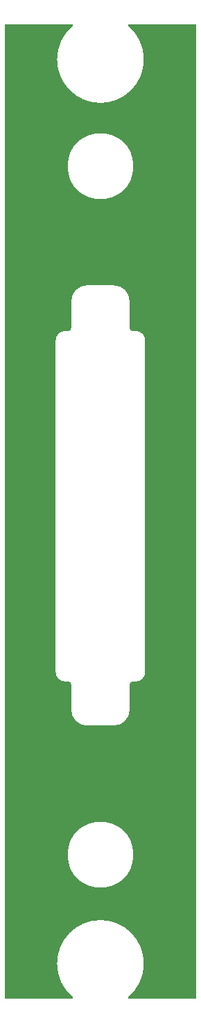
<source format=gtl>
G04 ================== begin FILE IDENTIFICATION RECORD ==================*
G04 Layout Name:  front_panel_dig_out_2.brd*
G04 Film Name:    TOP*
G04 File Format:  Gerber RS274X*
G04 File Origin:  Cadence Allegro 17.2-S057*
G04 Origin Date:  Wed Aug 07 22:17:01 2019*
G04 *
G04 Layer:  ETCH/TOP*
G04 Layer:  PIN/TOP*
G04 Layer:  VIA CLASS/TOP*
G04 *
G04 Offset:    (0.00 0.00)*
G04 Mirror:    No*
G04 Mode:      Positive*
G04 Rotation:  0*
G04 FullContactRelief:  No*
G04 UndefLineWidth:     0.00*
G04 ================== end FILE IDENTIFICATION RECORD ====================*
%FSLAX55Y55*MOIN*%
%IR0*IPPOS*OFA0.00000B0.00000*MIA0B0*SFA1.00000B1.00000*%
%ADD10C,.31502*%
G75*
%LPD*%
G75*
G36*
G01X-13289Y-232791D02*
G02X-13543Y-233499I-255J-308D01*
G01X-45999D01*
Y233499D01*
X-13543D01*
G02X-13289Y232791I-1J-400D01*
G03X-20868Y216702I13290J-16090D01*
G01Y216700D01*
G03X20868I20868J0D01*
G01Y216702D01*
G03X13289Y232791I-20869J-1D01*
G02X13543Y233499I255J308D01*
G01X45999D01*
Y-233499D01*
X13543D01*
G02X13289Y-232791I1J400D01*
G03X20868Y-216702I-13290J16090D01*
G01Y-216700D01*
G03X-20868I-20868J0D01*
G01Y-216702D01*
G03X-13289Y-232791I20869J1D01*
G37*
%LPC*%
G75*
G36*
G01X-14002Y100888D02*
G02X-6500Y108390I7502J0D01*
G01X6500D01*
G02X14002Y100888I0J-7502D01*
G01Y88000D01*
G03X15500Y86502I1498J0D01*
G01X17000D01*
G02X21502Y82000I0J-4502D01*
G01Y-77000D01*
G02X17000Y-81502I-4502J0D01*
G01X15500D01*
G03X14002Y-83000I0J-1498D01*
G01Y-95112D01*
G02X6500Y-102614I-7502J0D01*
G01X-6500D01*
G02X-14002Y-95112I0J7502D01*
G01Y-83000D01*
G03X-15500Y-81502I-1498J0D01*
G01X-17000D01*
G02X-21502Y-77000I0J4502D01*
G01Y82000D01*
G02X-17000Y86502I4502J0D01*
G01X-15500D01*
G03X-14002Y88000I0J1498D01*
G01Y100888D01*
G37*
G54D10*
X0Y165500D03*
Y-164500D03*
M02*

</source>
